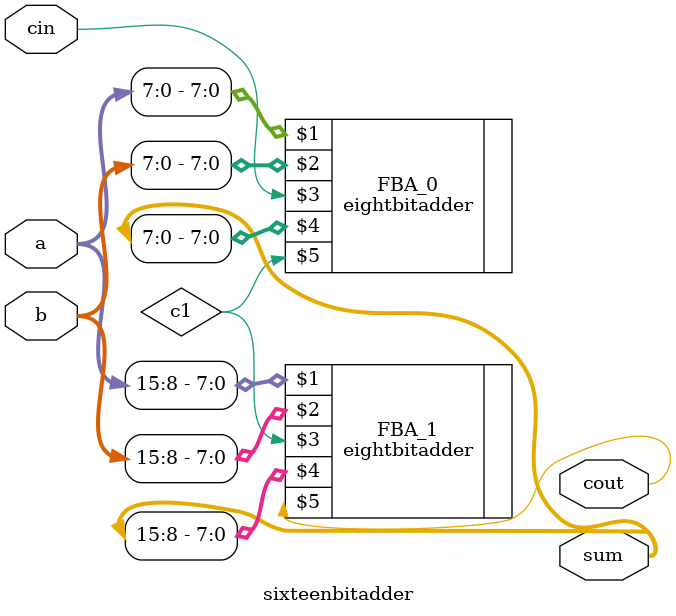
<source format=v>
`include "eight_bit_adder.v"

module sixteenbitadder(a,b,cin,sum,cout);
input [15:0] a,b;
input cin;
output [15:0] sum;
output cout;

wire c1;

eightbitadder FBA_0 (a[7:0],b[7:0],cin,sum[7:0],c1);
eightbitadder FBA_1 (a[15:8],b[15:8],c1,sum[15:8],cout);

endmodule
</source>
